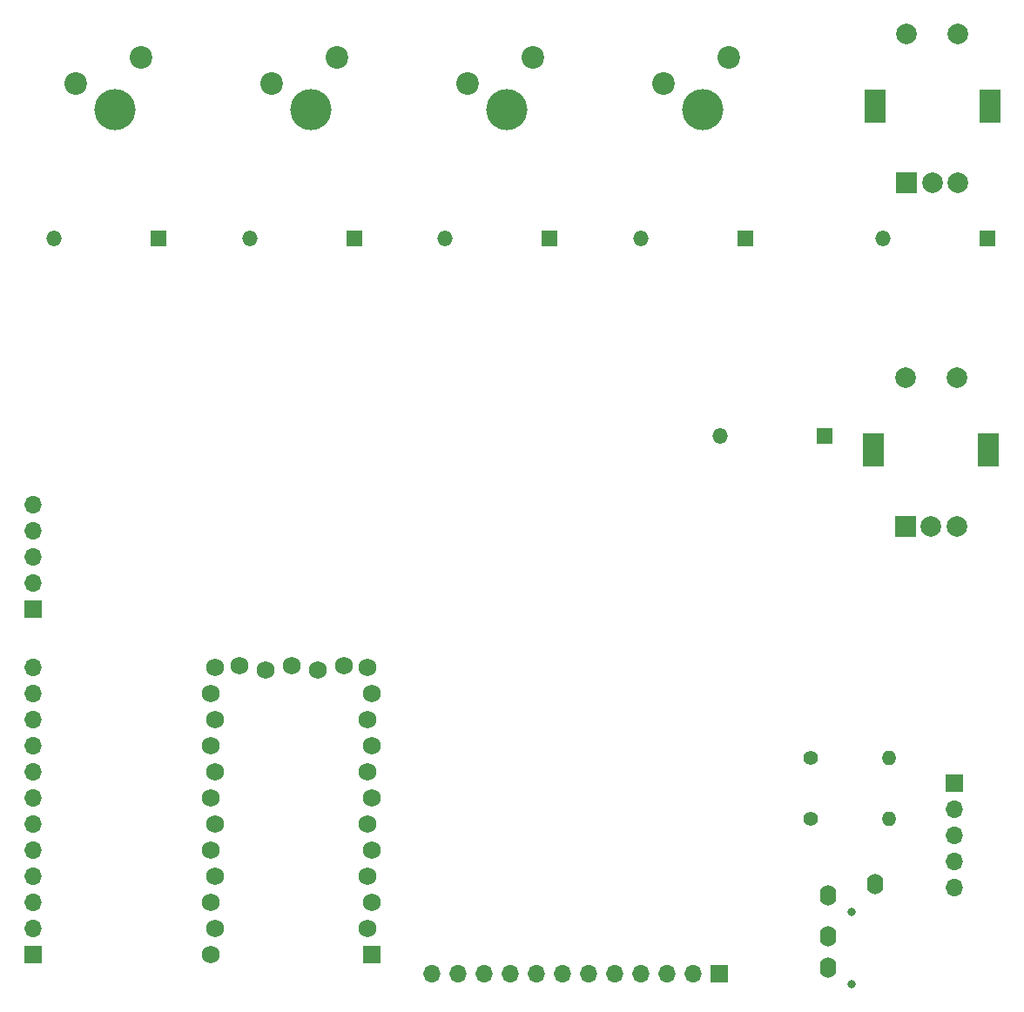
<source format=gbr>
%TF.GenerationSoftware,KiCad,Pcbnew,(6.0.10)*%
%TF.CreationDate,2023-01-18T22:34:27-08:00*%
%TF.ProjectId,shitpad,73686974-7061-4642-9e6b-696361645f70,rev?*%
%TF.SameCoordinates,Original*%
%TF.FileFunction,Soldermask,Bot*%
%TF.FilePolarity,Negative*%
%FSLAX46Y46*%
G04 Gerber Fmt 4.6, Leading zero omitted, Abs format (unit mm)*
G04 Created by KiCad (PCBNEW (6.0.10)) date 2023-01-18 22:34:27*
%MOMM*%
%LPD*%
G01*
G04 APERTURE LIST*
%ADD10C,2.200000*%
%ADD11C,4.000000*%
%ADD12O,1.400000X1.400000*%
%ADD13C,1.400000*%
%ADD14C,2.000000*%
%ADD15R,2.000000X3.200000*%
%ADD16R,2.000000X2.000000*%
%ADD17O,1.500000X1.500000*%
%ADD18R,1.500000X1.500000*%
%ADD19O,1.600000X2.000000*%
%ADD20C,0.800000*%
%ADD21O,1.700000X1.700000*%
%ADD22R,1.700000X1.700000*%
%ADD23C,1.752600*%
%ADD24R,1.752600X1.752600*%
G04 APERTURE END LIST*
D10*
%TO.C,SW1*%
X115972000Y-58876250D03*
X109622000Y-61416250D03*
D11*
X113432000Y-63956250D03*
%TD*%
D12*
%TO.C,R2*%
X150610000Y-127000000D03*
D13*
X142990000Y-127000000D03*
%TD*%
D12*
%TO.C,R1*%
X150610000Y-133000000D03*
D13*
X142990000Y-133000000D03*
%TD*%
D14*
%TO.C,SW6*%
X152207000Y-90043750D03*
X157207000Y-90043750D03*
D15*
X149107000Y-97043750D03*
X160307000Y-97043750D03*
D14*
X154707000Y-104543750D03*
X157207000Y-104543750D03*
D16*
X152207000Y-104543750D03*
%TD*%
D17*
%TO.C,D10*%
X134228250Y-95706250D03*
D18*
X144388250Y-95706250D03*
%TD*%
D17*
%TO.C,D9*%
X150000000Y-76500000D03*
D18*
X160160000Y-76500000D03*
%TD*%
D14*
%TO.C,SW5*%
X152325750Y-56600000D03*
X157325750Y-56600000D03*
D15*
X149225750Y-63600000D03*
X160425750Y-63600000D03*
D14*
X154825750Y-71100000D03*
X157325750Y-71100000D03*
D16*
X152325750Y-71100000D03*
%TD*%
D19*
%TO.C,T1*%
X144700000Y-144412500D03*
D20*
X147000000Y-149012500D03*
X147000000Y-142012500D03*
D19*
X144700000Y-147412500D03*
X144700000Y-140412500D03*
X149300000Y-139312500D03*
%TD*%
D21*
%TO.C,X1*%
X157000000Y-139660000D03*
X157000000Y-137120000D03*
X157000000Y-134580000D03*
X157000000Y-132040000D03*
D22*
X157000000Y-129500000D03*
%TD*%
D21*
%TO.C,J3*%
X67394500Y-118253750D03*
X67394500Y-120793750D03*
X67394500Y-123333750D03*
X67394500Y-125873750D03*
X67394500Y-128413750D03*
X67394500Y-130953750D03*
X67394500Y-133493750D03*
X67394500Y-136033750D03*
X67394500Y-138573750D03*
X67394500Y-141113750D03*
X67394500Y-143653750D03*
D22*
X67394500Y-146193750D03*
%TD*%
D21*
%TO.C,J2*%
X67394500Y-102373750D03*
X67394500Y-104913750D03*
X67394500Y-107453750D03*
X67394500Y-109993750D03*
D22*
X67394500Y-112533750D03*
%TD*%
%TO.C,J1*%
X134120000Y-148000000D03*
D21*
X131580000Y-148000000D03*
X129040000Y-148000000D03*
X126500000Y-148000000D03*
X123960000Y-148000000D03*
X121420000Y-148000000D03*
X118880000Y-148000000D03*
X116340000Y-148000000D03*
X113800000Y-148000000D03*
X111260000Y-148000000D03*
X108720000Y-148000000D03*
X106180000Y-148000000D03*
%TD*%
D10*
%TO.C,SW4*%
X96922000Y-58876250D03*
X90572000Y-61416250D03*
D11*
X94382000Y-63956250D03*
%TD*%
D17*
%TO.C,D8*%
X88500000Y-76500000D03*
D18*
X98660000Y-76500000D03*
%TD*%
%TO.C,D7*%
X79580000Y-76500000D03*
D17*
X69420000Y-76500000D03*
%TD*%
D18*
%TO.C,D6*%
X136660000Y-76500000D03*
D17*
X126500000Y-76500000D03*
%TD*%
%TO.C,D5*%
X107420000Y-76500000D03*
D18*
X117580000Y-76500000D03*
%TD*%
D23*
%TO.C,U1*%
X97580000Y-118020150D03*
X95040000Y-118477350D03*
X92500000Y-118020150D03*
X89960000Y-118477350D03*
X87420000Y-118020150D03*
X84651400Y-146188750D03*
X99891400Y-118248750D03*
X85108600Y-143648750D03*
X84651400Y-141108750D03*
X85108600Y-138568750D03*
X84651400Y-136028750D03*
X85108600Y-133488750D03*
X84651400Y-130948750D03*
X85108600Y-128408750D03*
X84651400Y-125868750D03*
X85108600Y-123328750D03*
X84651400Y-120788750D03*
X85108600Y-118248750D03*
X100348600Y-120788750D03*
X99891400Y-123328750D03*
X100348600Y-125868750D03*
X99891400Y-128408750D03*
X100348600Y-130948750D03*
X99891400Y-133488750D03*
X100348600Y-136028750D03*
X99891400Y-138568750D03*
X100348600Y-141108750D03*
X99891400Y-143648750D03*
D24*
X100348600Y-146188750D03*
%TD*%
D11*
%TO.C,SW3*%
X75332000Y-63956250D03*
D10*
X71522000Y-61416250D03*
X77872000Y-58876250D03*
%TD*%
%TO.C,SW2*%
X135022000Y-58876250D03*
X128672000Y-61416250D03*
D11*
X132482000Y-63956250D03*
%TD*%
M02*

</source>
